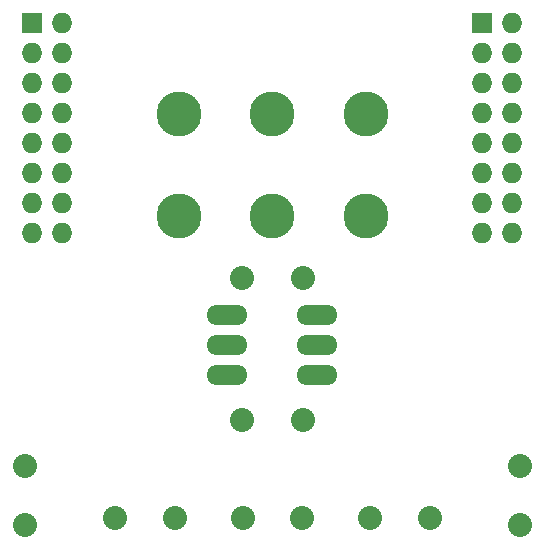
<source format=gbs>
%FSLAX34Y34*%
G04 Gerber Fmt 3.4, Leading zero omitted, Abs format*
G04 (created by PCBNEW (2014-jan-25)-product) date Sun 13 Jul 2014 08:16:38 AM PDT*
%MOIN*%
G01*
G70*
G90*
G04 APERTURE LIST*
%ADD10C,0.003937*%
%ADD11R,0.068000X0.068000*%
%ADD12O,0.068000X0.068000*%
%ADD13C,0.080000*%
%ADD14C,0.150000*%
%ADD15O,0.137800X0.066900*%
G04 APERTURE END LIST*
G54D10*
G54D11*
X32000Y-41500D03*
G54D12*
X33000Y-41500D03*
X32000Y-42500D03*
X33000Y-42500D03*
X32000Y-43500D03*
X33000Y-43500D03*
X32000Y-44500D03*
X33000Y-44500D03*
X32000Y-45500D03*
X33000Y-45500D03*
X32000Y-46500D03*
X33000Y-46500D03*
X32000Y-47500D03*
X33000Y-47500D03*
X32000Y-48500D03*
X33000Y-48500D03*
G54D11*
X47000Y-41500D03*
G54D12*
X48000Y-41500D03*
X47000Y-42500D03*
X48000Y-42500D03*
X47000Y-43500D03*
X48000Y-43500D03*
X47000Y-44500D03*
X48000Y-44500D03*
X47000Y-45500D03*
X48000Y-45500D03*
X47000Y-46500D03*
X48000Y-46500D03*
X47000Y-47500D03*
X48000Y-47500D03*
X47000Y-48500D03*
X48000Y-48500D03*
G54D13*
X48250Y-58234D03*
X48250Y-56265D03*
X34765Y-58000D03*
X36734Y-58000D03*
X31750Y-56265D03*
X31750Y-58234D03*
X41005Y-54750D03*
X38995Y-54750D03*
X41005Y-50000D03*
X38995Y-50000D03*
G54D14*
X40000Y-47950D03*
X40000Y-44550D03*
X43120Y-47950D03*
X36880Y-44550D03*
X43120Y-44550D03*
X36880Y-47950D03*
G54D13*
X39015Y-58000D03*
X40984Y-58000D03*
X43265Y-58000D03*
X45234Y-58000D03*
G54D15*
X38500Y-52250D03*
X38500Y-53250D03*
X38500Y-51250D03*
X41500Y-52250D03*
X41500Y-51250D03*
X41500Y-53250D03*
M02*

</source>
